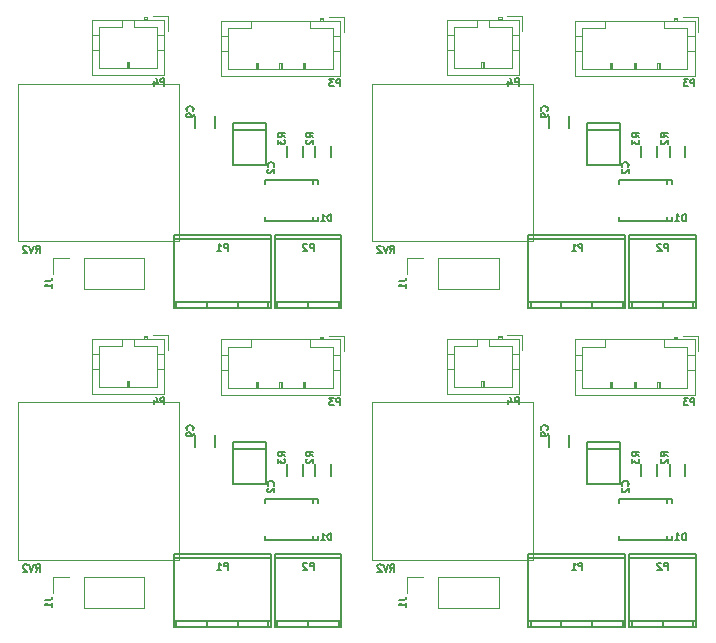
<source format=gbo>
%MOIN*%
%OFA0B0*%
%FSLAX46Y46*%
%IPPOS*%
%LPD*%
%ADD10C,0.0039370078740157488*%
%ADD11C,0.0047244094488188976*%
%ADD12C,0.005905511811023622*%
%ADD23C,0.0039370078740157488*%
%ADD24C,0.0047244094488188976*%
%ADD25C,0.005905511811023622*%
%ADD36C,0.0039370078740157488*%
%ADD37C,0.0047244094488188976*%
%ADD38C,0.005905511811023622*%
%ADD49C,0.0039370078740157488*%
%ADD50C,0.0047244094488188976*%
%ADD51C,0.005905511811023622*%
%LPD*%
G01*
D10*
D11*
X0000541732Y0000753937D02*
X0000005511Y0000753937D01*
X0000541732Y0000229921D02*
X0000005511Y0000229921D01*
X0000541732Y0000753937D02*
X0000541732Y0000229921D01*
X0000005511Y0000753937D02*
X0000005511Y0000229921D01*
D12*
X0000526001Y0000249952D02*
X0000848801Y0000249952D01*
X0000526001Y0000234252D02*
X0000848801Y0000234252D01*
X0000526001Y0000025552D02*
X0000848801Y0000025552D01*
X0000848801Y0000005952D02*
X0000526001Y0000005952D01*
X0000636201Y0000025552D02*
X0000636201Y0000005952D01*
X0000840901Y0000005952D02*
X0000840901Y0000025552D01*
X0000533801Y0000025552D02*
X0000533801Y0000005952D01*
X0000738501Y0000005952D02*
X0000738501Y0000025552D01*
X0000526001Y0000005952D02*
X0000526001Y0000249952D01*
X0000848701Y0000249952D02*
X0000848701Y0000005952D01*
D11*
X0000494093Y0000966535D02*
X0000494093Y0000781496D01*
X0000494093Y0000781496D02*
X0000253936Y0000781496D01*
X0000253936Y0000781496D02*
X0000253936Y0000966535D01*
X0000253936Y0000966535D02*
X0000494093Y0000966535D01*
X0000393700Y0000966535D02*
X0000393700Y0000942913D01*
X0000393700Y0000942913D02*
X0000470472Y0000942913D01*
X0000470472Y0000942913D02*
X0000470472Y0000805118D01*
X0000470472Y0000805118D02*
X0000277559Y0000805118D01*
X0000277559Y0000805118D02*
X0000277559Y0000942913D01*
X0000277559Y0000942913D02*
X0000354330Y0000942913D01*
X0000354330Y0000942913D02*
X0000354330Y0000966535D01*
X0000494093Y0000915354D02*
X0000470472Y0000915354D01*
X0000494093Y0000864173D02*
X0000470472Y0000864173D01*
X0000253936Y0000915354D02*
X0000277559Y0000915354D01*
X0000253936Y0000864173D02*
X0000277559Y0000864173D01*
X0000425196Y0000966535D02*
X0000425196Y0000974409D01*
X0000425196Y0000974409D02*
X0000437007Y0000974409D01*
X0000437007Y0000974409D02*
X0000437007Y0000966535D01*
X0000425196Y0000970472D02*
X0000437007Y0000970472D01*
X0000377952Y0000805118D02*
X0000377952Y0000824803D01*
X0000377952Y0000824803D02*
X0000370077Y0000824803D01*
X0000370077Y0000824803D02*
X0000370077Y0000805118D01*
X0000374015Y0000805118D02*
X0000374015Y0000824803D01*
X0000456692Y0000978346D02*
X0000505905Y0000978346D01*
X0000505905Y0000978346D02*
X0000505905Y0000929133D01*
X0001080419Y0000963872D02*
X0001080419Y0000778832D01*
X0001080419Y0000778832D02*
X0000682781Y0000778832D01*
X0000682781Y0000778832D02*
X0000682781Y0000963872D01*
X0000682781Y0000963872D02*
X0001080419Y0000963872D01*
X0000980026Y0000963872D02*
X0000980026Y0000940250D01*
X0000980026Y0000940250D02*
X0001056797Y0000940250D01*
X0001056797Y0000940250D02*
X0001056797Y0000802455D01*
X0001056797Y0000802455D02*
X0000706404Y0000802455D01*
X0000706404Y0000802455D02*
X0000706404Y0000940250D01*
X0000706404Y0000940250D02*
X0000783175Y0000940250D01*
X0000783175Y0000940250D02*
X0000783175Y0000963872D01*
X0001080419Y0000912691D02*
X0001056797Y0000912691D01*
X0001080419Y0000861510D02*
X0001056797Y0000861510D01*
X0000682781Y0000912691D02*
X0000706404Y0000912691D01*
X0000682781Y0000861510D02*
X0000706404Y0000861510D01*
X0001011522Y0000963872D02*
X0001011522Y0000971746D01*
X0001011522Y0000971746D02*
X0001023333Y0000971746D01*
X0001023333Y0000971746D02*
X0001023333Y0000963872D01*
X0001011522Y0000967809D02*
X0001023333Y0000967809D01*
X0000964278Y0000802455D02*
X0000964278Y0000822140D01*
X0000964278Y0000822140D02*
X0000956404Y0000822140D01*
X0000956404Y0000822140D02*
X0000956404Y0000802455D01*
X0000960341Y0000802455D02*
X0000960341Y0000822140D01*
X0000885537Y0000802455D02*
X0000885537Y0000822140D01*
X0000885537Y0000822140D02*
X0000877663Y0000822140D01*
X0000877663Y0000822140D02*
X0000877663Y0000802455D01*
X0000881600Y0000802455D02*
X0000881600Y0000822140D01*
X0000806797Y0000802455D02*
X0000806797Y0000822140D01*
X0000806797Y0000822140D02*
X0000798923Y0000822140D01*
X0000798923Y0000822140D02*
X0000798923Y0000802455D01*
X0000802860Y0000802455D02*
X0000802860Y0000822140D01*
X0001043018Y0000975683D02*
X0001092230Y0000975683D01*
X0001092230Y0000975683D02*
X0001092230Y0000926470D01*
D12*
X0000863422Y0000025552D02*
X0001083822Y0000025552D01*
X0001076022Y0000005952D02*
X0001076022Y0000025552D01*
X0000871222Y0000025552D02*
X0000871222Y0000005952D01*
X0000973622Y0000005952D02*
X0000973622Y0000025552D01*
X0001083822Y0000234252D02*
X0000863422Y0000234252D01*
X0001083822Y0000005952D02*
X0000863422Y0000005952D01*
X0000863422Y0000005952D02*
X0000863422Y0000249952D01*
X0000863422Y0000249952D02*
X0001083822Y0000249952D01*
X0001083822Y0000249952D02*
X0001083822Y0000005952D01*
X0000997047Y0000547244D02*
X0000997047Y0000507874D01*
X0001050196Y0000507874D02*
X0001050196Y0000547244D01*
X0000955708Y0000507874D02*
X0000955708Y0000547244D01*
X0000902559Y0000547244D02*
X0000902559Y0000507874D01*
X0000988155Y0000295273D02*
X0000988155Y0000309073D01*
X0000988155Y0000433073D02*
X0000988155Y0000419273D01*
X0000828722Y0000295273D02*
X0000828722Y0000309073D01*
X0001005922Y0000295273D02*
X0001005922Y0000309073D01*
X0001005922Y0000433073D02*
X0001005922Y0000419273D01*
X0000828722Y0000433073D02*
X0000828722Y0000419273D01*
X0001005922Y0000295273D02*
X0000828722Y0000295273D01*
X0001005922Y0000433073D02*
X0000828722Y0000433073D01*
X0000596456Y0000606299D02*
X0000596456Y0000645669D01*
X0000663384Y0000645669D02*
X0000663384Y0000606299D01*
D11*
X0000427952Y0000172440D02*
X0000427952Y0000067716D01*
X0000225590Y0000172440D02*
X0000427952Y0000172440D01*
X0000225590Y0000067716D02*
X0000427952Y0000067716D01*
X0000225590Y0000172440D02*
X0000225590Y0000067716D01*
X0000175590Y0000172440D02*
X0000123228Y0000172440D01*
X0000123228Y0000172440D02*
X0000123228Y0000120078D01*
D12*
X0000832977Y0000598710D02*
X0000722977Y0000598710D01*
X0000832977Y0000621210D02*
X0000832977Y0000481210D01*
X0000832977Y0000481210D02*
X0000722977Y0000481210D01*
X0000722977Y0000481210D02*
X0000722977Y0000621210D01*
X0000722977Y0000621210D02*
X0000832977Y0000621210D01*
X0000065240Y0000190101D02*
X0000073115Y0000201349D01*
X0000078740Y0000190101D02*
X0000078740Y0000213723D01*
X0000069741Y0000213723D01*
X0000067491Y0000212598D01*
X0000066366Y0000211473D01*
X0000065240Y0000209223D01*
X0000065240Y0000205848D01*
X0000066366Y0000203599D01*
X0000067491Y0000202474D01*
X0000069741Y0000201349D01*
X0000078740Y0000201349D01*
X0000058492Y0000213723D02*
X0000050618Y0000190101D01*
X0000042744Y0000213723D01*
X0000035995Y0000211473D02*
X0000034870Y0000212598D01*
X0000032620Y0000213723D01*
X0000026996Y0000213723D01*
X0000024746Y0000212598D01*
X0000023622Y0000211473D01*
X0000022497Y0000209223D01*
X0000022497Y0000206974D01*
X0000023622Y0000203599D01*
X0000037120Y0000190101D01*
X0000022497Y0000190101D01*
X0000706411Y0000196006D02*
X0000706411Y0000219628D01*
X0000697412Y0000219628D01*
X0000695163Y0000218503D01*
X0000694038Y0000217379D01*
X0000692913Y0000215128D01*
X0000692913Y0000211754D01*
X0000694038Y0000209505D01*
X0000695163Y0000208380D01*
X0000697412Y0000207255D01*
X0000706411Y0000207255D01*
X0000670416Y0000196006D02*
X0000683914Y0000196006D01*
X0000677165Y0000196006D02*
X0000677165Y0000219628D01*
X0000679414Y0000216254D01*
X0000681663Y0000214004D01*
X0000683914Y0000212879D01*
X0000493813Y0000747187D02*
X0000493813Y0000770809D01*
X0000484814Y0000770809D01*
X0000482563Y0000769684D01*
X0000481439Y0000768560D01*
X0000480314Y0000766310D01*
X0000480314Y0000762935D01*
X0000481439Y0000760686D01*
X0000482563Y0000759561D01*
X0000484814Y0000758436D01*
X0000493813Y0000758436D01*
X0000460066Y0000762935D02*
X0000460066Y0000747187D01*
X0000465691Y0000771934D02*
X0000471316Y0000755061D01*
X0000456692Y0000755061D01*
X0001080138Y0000744523D02*
X0001080138Y0000768146D01*
X0001071139Y0000768146D01*
X0001068890Y0000767021D01*
X0001067765Y0000765897D01*
X0001066640Y0000763646D01*
X0001066640Y0000760272D01*
X0001067765Y0000758023D01*
X0001068890Y0000756898D01*
X0001071139Y0000755773D01*
X0001080138Y0000755773D01*
X0001058766Y0000768146D02*
X0001044143Y0000768146D01*
X0001052017Y0000759147D01*
X0001048642Y0000759147D01*
X0001046392Y0000758023D01*
X0001045267Y0000756898D01*
X0001044143Y0000754648D01*
X0001044143Y0000749024D01*
X0001045267Y0000746774D01*
X0001046392Y0000745649D01*
X0001048642Y0000744523D01*
X0001055391Y0000744523D01*
X0001057641Y0000745649D01*
X0001058766Y0000746774D01*
X0000991844Y0000196006D02*
X0000991844Y0000219628D01*
X0000982845Y0000219628D01*
X0000980596Y0000218503D01*
X0000979471Y0000217379D01*
X0000978346Y0000215128D01*
X0000978346Y0000211754D01*
X0000979471Y0000209505D01*
X0000980596Y0000208380D01*
X0000982845Y0000207255D01*
X0000991844Y0000207255D01*
X0000969347Y0000217379D02*
X0000968222Y0000218503D01*
X0000965972Y0000219628D01*
X0000960348Y0000219628D01*
X0000958097Y0000218503D01*
X0000956974Y0000217379D01*
X0000955848Y0000215128D01*
X0000955848Y0000212879D01*
X0000956974Y0000209505D01*
X0000970472Y0000196006D01*
X0000955848Y0000196006D01*
X0000991001Y0000574803D02*
X0000979752Y0000582677D01*
X0000991001Y0000588301D02*
X0000967379Y0000588301D01*
X0000967379Y0000579302D01*
X0000968503Y0000577052D01*
X0000969628Y0000575927D01*
X0000971878Y0000574803D01*
X0000975253Y0000574803D01*
X0000977502Y0000575927D01*
X0000978627Y0000577052D01*
X0000979752Y0000579302D01*
X0000979752Y0000588301D01*
X0000969628Y0000565804D02*
X0000968503Y0000564679D01*
X0000967379Y0000562429D01*
X0000967379Y0000556805D01*
X0000968503Y0000554555D01*
X0000969628Y0000553430D01*
X0000971878Y0000552305D01*
X0000974127Y0000552305D01*
X0000977502Y0000553430D01*
X0000991001Y0000566929D01*
X0000991001Y0000552305D01*
X0000896512Y0000574803D02*
X0000885264Y0000582677D01*
X0000896512Y0000588301D02*
X0000872890Y0000588301D01*
X0000872890Y0000579302D01*
X0000874015Y0000577052D01*
X0000875140Y0000575927D01*
X0000877390Y0000574803D01*
X0000880764Y0000574803D01*
X0000883014Y0000575927D01*
X0000884139Y0000577052D01*
X0000885264Y0000579302D01*
X0000885264Y0000588301D01*
X0000872890Y0000566929D02*
X0000872890Y0000552305D01*
X0000881889Y0000560179D01*
X0000881889Y0000556805D01*
X0000883014Y0000554555D01*
X0000884139Y0000553430D01*
X0000886389Y0000552305D01*
X0000892013Y0000552305D01*
X0000894263Y0000553430D01*
X0000895388Y0000554555D01*
X0000896512Y0000556805D01*
X0000896512Y0000563554D01*
X0000895388Y0000565804D01*
X0000894263Y0000566929D01*
X0001050899Y0000294431D02*
X0001050899Y0000318052D01*
X0001045275Y0000318052D01*
X0001041900Y0000316929D01*
X0001039651Y0000314679D01*
X0001038526Y0000312429D01*
X0001037401Y0000307930D01*
X0001037401Y0000304555D01*
X0001038526Y0000300056D01*
X0001039651Y0000297806D01*
X0001041900Y0000295556D01*
X0001045275Y0000294431D01*
X0001050899Y0000294431D01*
X0001014904Y0000294431D02*
X0001028402Y0000294431D01*
X0001021652Y0000294431D02*
X0001021652Y0000318052D01*
X0001023903Y0000314679D01*
X0001026152Y0000312429D01*
X0001028402Y0000311304D01*
X0000589145Y0000663384D02*
X0000590269Y0000664510D01*
X0000591394Y0000667885D01*
X0000591394Y0000670134D01*
X0000590269Y0000673509D01*
X0000588020Y0000675759D01*
X0000585770Y0000676884D01*
X0000581271Y0000678008D01*
X0000577896Y0000678008D01*
X0000573397Y0000676884D01*
X0000571147Y0000675759D01*
X0000568897Y0000673509D01*
X0000567772Y0000670134D01*
X0000567772Y0000667885D01*
X0000568897Y0000664510D01*
X0000570022Y0000663384D01*
X0000591394Y0000652137D02*
X0000591394Y0000647637D01*
X0000590269Y0000645388D01*
X0000589145Y0000644263D01*
X0000585770Y0000642012D01*
X0000581271Y0000640888D01*
X0000572272Y0000640888D01*
X0000570022Y0000642012D01*
X0000568897Y0000643138D01*
X0000567772Y0000645388D01*
X0000567772Y0000649887D01*
X0000568897Y0000652137D01*
X0000570022Y0000653261D01*
X0000572272Y0000654386D01*
X0000577896Y0000654386D01*
X0000580146Y0000653261D01*
X0000581271Y0000652137D01*
X0000582395Y0000649887D01*
X0000582395Y0000645388D01*
X0000581271Y0000643138D01*
X0000580146Y0000642012D01*
X0000577896Y0000640888D01*
X0000095725Y0000096455D02*
X0000112598Y0000096455D01*
X0000115972Y0000097580D01*
X0000118222Y0000099830D01*
X0000119347Y0000103205D01*
X0000119347Y0000105455D01*
X0000119347Y0000072834D02*
X0000119347Y0000086332D01*
X0000119347Y0000079583D02*
X0000095725Y0000079583D01*
X0000099099Y0000081833D01*
X0000101349Y0000084083D01*
X0000102474Y0000086332D01*
X0000858293Y0000476825D02*
X0000859418Y0000477950D01*
X0000860543Y0000481324D01*
X0000860543Y0000483574D01*
X0000859418Y0000486949D01*
X0000857168Y0000489198D01*
X0000854918Y0000490323D01*
X0000850419Y0000491448D01*
X0000847044Y0000491448D01*
X0000842545Y0000490323D01*
X0000840295Y0000489198D01*
X0000838046Y0000486949D01*
X0000836921Y0000483574D01*
X0000836921Y0000481324D01*
X0000838046Y0000477950D01*
X0000839170Y0000476825D01*
X0000839170Y0000467826D02*
X0000838046Y0000466700D01*
X0000836921Y0000464452D01*
X0000836921Y0000458827D01*
X0000838046Y0000456577D01*
X0000839170Y0000455453D01*
X0000841420Y0000454328D01*
X0000843670Y0000454328D01*
X0000847044Y0000455453D01*
X0000860543Y0000468951D01*
X0000860543Y0000454328D01*
G01*
D23*
D24*
X0000541732Y0001816928D02*
X0000005511Y0001816928D01*
X0000541732Y0001292913D02*
X0000005511Y0001292913D01*
X0000541732Y0001816928D02*
X0000541732Y0001292913D01*
X0000005511Y0001816928D02*
X0000005511Y0001292913D01*
D25*
X0000526001Y0001312944D02*
X0000848801Y0001312944D01*
X0000526001Y0001297244D02*
X0000848801Y0001297244D01*
X0000526001Y0001088544D02*
X0000848801Y0001088544D01*
X0000848801Y0001068944D02*
X0000526001Y0001068944D01*
X0000636201Y0001088544D02*
X0000636201Y0001068944D01*
X0000840901Y0001068944D02*
X0000840901Y0001088544D01*
X0000533801Y0001088544D02*
X0000533801Y0001068944D01*
X0000738501Y0001068944D02*
X0000738501Y0001088544D01*
X0000526001Y0001068944D02*
X0000526001Y0001312944D01*
X0000848701Y0001312944D02*
X0000848701Y0001068944D01*
D24*
X0000494093Y0002029526D02*
X0000494093Y0001844488D01*
X0000494093Y0001844488D02*
X0000253936Y0001844488D01*
X0000253936Y0001844488D02*
X0000253936Y0002029526D01*
X0000253936Y0002029526D02*
X0000494093Y0002029526D01*
X0000393700Y0002029526D02*
X0000393700Y0002005904D01*
X0000393700Y0002005904D02*
X0000470472Y0002005904D01*
X0000470472Y0002005904D02*
X0000470472Y0001868110D01*
X0000470472Y0001868110D02*
X0000277559Y0001868110D01*
X0000277559Y0001868110D02*
X0000277559Y0002005904D01*
X0000277559Y0002005904D02*
X0000354330Y0002005904D01*
X0000354330Y0002005904D02*
X0000354330Y0002029526D01*
X0000494093Y0001978345D02*
X0000470472Y0001978345D01*
X0000494093Y0001927165D02*
X0000470472Y0001927165D01*
X0000253936Y0001978345D02*
X0000277559Y0001978345D01*
X0000253936Y0001927165D02*
X0000277559Y0001927165D01*
X0000425196Y0002029526D02*
X0000425196Y0002037401D01*
X0000425196Y0002037401D02*
X0000437007Y0002037401D01*
X0000437007Y0002037401D02*
X0000437007Y0002029526D01*
X0000425196Y0002033464D02*
X0000437007Y0002033464D01*
X0000377952Y0001868110D02*
X0000377952Y0001887795D01*
X0000377952Y0001887795D02*
X0000370077Y0001887795D01*
X0000370077Y0001887795D02*
X0000370077Y0001868110D01*
X0000374015Y0001868110D02*
X0000374015Y0001887795D01*
X0000456692Y0002041338D02*
X0000505905Y0002041338D01*
X0000505905Y0002041338D02*
X0000505905Y0001992125D01*
X0001080419Y0002026864D02*
X0001080419Y0001841824D01*
X0001080419Y0001841824D02*
X0000682781Y0001841824D01*
X0000682781Y0001841824D02*
X0000682781Y0002026864D01*
X0000682781Y0002026864D02*
X0001080419Y0002026864D01*
X0000980026Y0002026864D02*
X0000980026Y0002003242D01*
X0000980026Y0002003242D02*
X0001056797Y0002003242D01*
X0001056797Y0002003242D02*
X0001056797Y0001865447D01*
X0001056797Y0001865447D02*
X0000706404Y0001865447D01*
X0000706404Y0001865447D02*
X0000706404Y0002003242D01*
X0000706404Y0002003242D02*
X0000783175Y0002003242D01*
X0000783175Y0002003242D02*
X0000783175Y0002026864D01*
X0001080419Y0001975683D02*
X0001056797Y0001975683D01*
X0001080419Y0001924502D02*
X0001056797Y0001924502D01*
X0000682781Y0001975683D02*
X0000706404Y0001975683D01*
X0000682781Y0001924502D02*
X0000706404Y0001924502D01*
X0001011522Y0002026864D02*
X0001011522Y0002034738D01*
X0001011522Y0002034738D02*
X0001023333Y0002034738D01*
X0001023333Y0002034738D02*
X0001023333Y0002026864D01*
X0001011522Y0002030800D02*
X0001023333Y0002030800D01*
X0000964278Y0001865447D02*
X0000964278Y0001885132D01*
X0000964278Y0001885132D02*
X0000956404Y0001885132D01*
X0000956404Y0001885132D02*
X0000956404Y0001865447D01*
X0000960341Y0001865447D02*
X0000960341Y0001885132D01*
X0000885537Y0001865447D02*
X0000885537Y0001885132D01*
X0000885537Y0001885132D02*
X0000877663Y0001885132D01*
X0000877663Y0001885132D02*
X0000877663Y0001865447D01*
X0000881600Y0001865447D02*
X0000881600Y0001885132D01*
X0000806797Y0001865447D02*
X0000806797Y0001885132D01*
X0000806797Y0001885132D02*
X0000798923Y0001885132D01*
X0000798923Y0001885132D02*
X0000798923Y0001865447D01*
X0000802860Y0001865447D02*
X0000802860Y0001885132D01*
X0001043018Y0002038675D02*
X0001092230Y0002038675D01*
X0001092230Y0002038675D02*
X0001092230Y0001989462D01*
D25*
X0000863422Y0001088544D02*
X0001083822Y0001088544D01*
X0001076022Y0001068944D02*
X0001076022Y0001088544D01*
X0000871222Y0001088544D02*
X0000871222Y0001068944D01*
X0000973622Y0001068944D02*
X0000973622Y0001088544D01*
X0001083822Y0001297244D02*
X0000863422Y0001297244D01*
X0001083822Y0001068944D02*
X0000863422Y0001068944D01*
X0000863422Y0001068944D02*
X0000863422Y0001312944D01*
X0000863422Y0001312944D02*
X0001083822Y0001312944D01*
X0001083822Y0001312944D02*
X0001083822Y0001068944D01*
X0000997047Y0001610236D02*
X0000997047Y0001570866D01*
X0001050196Y0001570866D02*
X0001050196Y0001610236D01*
X0000955708Y0001570866D02*
X0000955708Y0001610236D01*
X0000902559Y0001610236D02*
X0000902559Y0001570866D01*
X0000988155Y0001358264D02*
X0000988155Y0001372065D01*
X0000988155Y0001496065D02*
X0000988155Y0001482265D01*
X0000828722Y0001358264D02*
X0000828722Y0001372065D01*
X0001005922Y0001358264D02*
X0001005922Y0001372065D01*
X0001005922Y0001496065D02*
X0001005922Y0001482265D01*
X0000828722Y0001496065D02*
X0000828722Y0001482265D01*
X0001005922Y0001358264D02*
X0000828722Y0001358264D01*
X0001005922Y0001496065D02*
X0000828722Y0001496065D01*
X0000596456Y0001669291D02*
X0000596456Y0001708661D01*
X0000663384Y0001708661D02*
X0000663384Y0001669291D01*
D24*
X0000427952Y0001235433D02*
X0000427952Y0001130708D01*
X0000225590Y0001235433D02*
X0000427952Y0001235433D01*
X0000225590Y0001130708D02*
X0000427952Y0001130708D01*
X0000225590Y0001235433D02*
X0000225590Y0001130708D01*
X0000175590Y0001235433D02*
X0000123228Y0001235433D01*
X0000123228Y0001235433D02*
X0000123228Y0001183070D01*
D25*
X0000832977Y0001661702D02*
X0000722977Y0001661702D01*
X0000832977Y0001684202D02*
X0000832977Y0001544202D01*
X0000832977Y0001544202D02*
X0000722977Y0001544202D01*
X0000722977Y0001544202D02*
X0000722977Y0001684202D01*
X0000722977Y0001684202D02*
X0000832977Y0001684202D01*
X0000065240Y0001253093D02*
X0000073115Y0001264341D01*
X0000078740Y0001253093D02*
X0000078740Y0001276715D01*
X0000069741Y0001276715D01*
X0000067491Y0001275590D01*
X0000066366Y0001274465D01*
X0000065240Y0001272215D01*
X0000065240Y0001268841D01*
X0000066366Y0001266591D01*
X0000067491Y0001265466D01*
X0000069741Y0001264341D01*
X0000078740Y0001264341D01*
X0000058492Y0001276715D02*
X0000050618Y0001253093D01*
X0000042744Y0001276715D01*
X0000035995Y0001274465D02*
X0000034870Y0001275590D01*
X0000032620Y0001276715D01*
X0000026996Y0001276715D01*
X0000024746Y0001275590D01*
X0000023622Y0001274465D01*
X0000022497Y0001272215D01*
X0000022497Y0001269965D01*
X0000023622Y0001266591D01*
X0000037120Y0001253093D01*
X0000022497Y0001253093D01*
X0000706411Y0001258998D02*
X0000706411Y0001282620D01*
X0000697412Y0001282620D01*
X0000695163Y0001281496D01*
X0000694038Y0001280371D01*
X0000692913Y0001278121D01*
X0000692913Y0001274746D01*
X0000694038Y0001272497D01*
X0000695163Y0001271372D01*
X0000697412Y0001270247D01*
X0000706411Y0001270247D01*
X0000670416Y0001258998D02*
X0000683914Y0001258998D01*
X0000677165Y0001258998D02*
X0000677165Y0001282620D01*
X0000679414Y0001279246D01*
X0000681663Y0001276996D01*
X0000683914Y0001275871D01*
X0000493813Y0001810179D02*
X0000493813Y0001833802D01*
X0000484814Y0001833802D01*
X0000482563Y0001832677D01*
X0000481439Y0001831552D01*
X0000480314Y0001829302D01*
X0000480314Y0001825927D01*
X0000481439Y0001823678D01*
X0000482563Y0001822553D01*
X0000484814Y0001821428D01*
X0000493813Y0001821428D01*
X0000460066Y0001825927D02*
X0000460066Y0001810179D01*
X0000465691Y0001834926D02*
X0000471316Y0001818052D01*
X0000456692Y0001818052D01*
X0001080138Y0001807516D02*
X0001080138Y0001831138D01*
X0001071139Y0001831138D01*
X0001068890Y0001830014D01*
X0001067765Y0001828889D01*
X0001066640Y0001826639D01*
X0001066640Y0001823264D01*
X0001067765Y0001821015D01*
X0001068890Y0001819890D01*
X0001071139Y0001818765D01*
X0001080138Y0001818765D01*
X0001058766Y0001831138D02*
X0001044143Y0001831138D01*
X0001052017Y0001822140D01*
X0001048642Y0001822140D01*
X0001046392Y0001821015D01*
X0001045267Y0001819890D01*
X0001044143Y0001817640D01*
X0001044143Y0001812016D01*
X0001045267Y0001809766D01*
X0001046392Y0001808641D01*
X0001048642Y0001807516D01*
X0001055391Y0001807516D01*
X0001057641Y0001808641D01*
X0001058766Y0001809766D01*
X0000991844Y0001258998D02*
X0000991844Y0001282620D01*
X0000982845Y0001282620D01*
X0000980596Y0001281496D01*
X0000979471Y0001280371D01*
X0000978346Y0001278121D01*
X0000978346Y0001274746D01*
X0000979471Y0001272497D01*
X0000980596Y0001271372D01*
X0000982845Y0001270247D01*
X0000991844Y0001270247D01*
X0000969347Y0001280371D02*
X0000968222Y0001281496D01*
X0000965972Y0001282620D01*
X0000960348Y0001282620D01*
X0000958097Y0001281496D01*
X0000956974Y0001280371D01*
X0000955848Y0001278121D01*
X0000955848Y0001275871D01*
X0000956974Y0001272497D01*
X0000970472Y0001258998D01*
X0000955848Y0001258998D01*
X0000991001Y0001637795D02*
X0000979752Y0001645668D01*
X0000991001Y0001651293D02*
X0000967379Y0001651293D01*
X0000967379Y0001642293D01*
X0000968503Y0001640045D01*
X0000969628Y0001638920D01*
X0000971878Y0001637795D01*
X0000975253Y0001637795D01*
X0000977502Y0001638920D01*
X0000978627Y0001640045D01*
X0000979752Y0001642293D01*
X0000979752Y0001651293D01*
X0000969628Y0001628796D02*
X0000968503Y0001627671D01*
X0000967379Y0001625421D01*
X0000967379Y0001619797D01*
X0000968503Y0001617547D01*
X0000969628Y0001616422D01*
X0000971878Y0001615298D01*
X0000974127Y0001615298D01*
X0000977502Y0001616422D01*
X0000991001Y0001629921D01*
X0000991001Y0001615298D01*
X0000896512Y0001637795D02*
X0000885264Y0001645668D01*
X0000896512Y0001651293D02*
X0000872890Y0001651293D01*
X0000872890Y0001642293D01*
X0000874015Y0001640045D01*
X0000875140Y0001638920D01*
X0000877390Y0001637795D01*
X0000880764Y0001637795D01*
X0000883014Y0001638920D01*
X0000884139Y0001640045D01*
X0000885264Y0001642293D01*
X0000885264Y0001651293D01*
X0000872890Y0001629921D02*
X0000872890Y0001615298D01*
X0000881889Y0001623172D01*
X0000881889Y0001619797D01*
X0000883014Y0001617547D01*
X0000884139Y0001616422D01*
X0000886389Y0001615298D01*
X0000892013Y0001615298D01*
X0000894263Y0001616422D01*
X0000895388Y0001617547D01*
X0000896512Y0001619797D01*
X0000896512Y0001626545D01*
X0000895388Y0001628796D01*
X0000894263Y0001629921D01*
X0001050899Y0001357424D02*
X0001050899Y0001381045D01*
X0001045275Y0001381045D01*
X0001041900Y0001379921D01*
X0001039651Y0001377671D01*
X0001038526Y0001375421D01*
X0001037401Y0001370922D01*
X0001037401Y0001367547D01*
X0001038526Y0001363048D01*
X0001039651Y0001360798D01*
X0001041900Y0001358548D01*
X0001045275Y0001357424D01*
X0001050899Y0001357424D01*
X0001014904Y0001357424D02*
X0001028402Y0001357424D01*
X0001021652Y0001357424D02*
X0001021652Y0001381045D01*
X0001023903Y0001377671D01*
X0001026152Y0001375421D01*
X0001028402Y0001374296D01*
X0000589145Y0001726376D02*
X0000590269Y0001727502D01*
X0000591394Y0001730877D01*
X0000591394Y0001733127D01*
X0000590269Y0001736501D01*
X0000588020Y0001738751D01*
X0000585770Y0001739876D01*
X0000581271Y0001741001D01*
X0000577896Y0001741001D01*
X0000573397Y0001739876D01*
X0000571147Y0001738751D01*
X0000568897Y0001736501D01*
X0000567772Y0001733127D01*
X0000567772Y0001730877D01*
X0000568897Y0001727502D01*
X0000570022Y0001726376D01*
X0000591394Y0001715129D02*
X0000591394Y0001710629D01*
X0000590269Y0001708380D01*
X0000589145Y0001707255D01*
X0000585770Y0001705005D01*
X0000581271Y0001703880D01*
X0000572272Y0001703880D01*
X0000570022Y0001705005D01*
X0000568897Y0001706130D01*
X0000567772Y0001708380D01*
X0000567772Y0001712879D01*
X0000568897Y0001715129D01*
X0000570022Y0001716254D01*
X0000572272Y0001717379D01*
X0000577896Y0001717379D01*
X0000580146Y0001716254D01*
X0000581271Y0001715129D01*
X0000582395Y0001712879D01*
X0000582395Y0001708380D01*
X0000581271Y0001706130D01*
X0000580146Y0001705005D01*
X0000577896Y0001703880D01*
X0000095725Y0001159448D02*
X0000112598Y0001159448D01*
X0000115972Y0001160573D01*
X0000118222Y0001162823D01*
X0000119347Y0001166197D01*
X0000119347Y0001168447D01*
X0000119347Y0001135826D02*
X0000119347Y0001149325D01*
X0000119347Y0001142575D02*
X0000095725Y0001142575D01*
X0000099099Y0001144825D01*
X0000101349Y0001147075D01*
X0000102474Y0001149325D01*
X0000858293Y0001539816D02*
X0000859418Y0001540942D01*
X0000860543Y0001544317D01*
X0000860543Y0001546566D01*
X0000859418Y0001549941D01*
X0000857168Y0001552191D01*
X0000854918Y0001553315D01*
X0000850419Y0001554440D01*
X0000847044Y0001554440D01*
X0000842545Y0001553315D01*
X0000840295Y0001552191D01*
X0000838046Y0001549941D01*
X0000836921Y0001546566D01*
X0000836921Y0001544317D01*
X0000838046Y0001540942D01*
X0000839170Y0001539816D01*
X0000839170Y0001530818D02*
X0000838046Y0001529693D01*
X0000836921Y0001527444D01*
X0000836921Y0001521819D01*
X0000838046Y0001519570D01*
X0000839170Y0001518445D01*
X0000841420Y0001517320D01*
X0000843670Y0001517320D01*
X0000847044Y0001518445D01*
X0000860543Y0001531942D01*
X0000860543Y0001517320D01*
G04 next file*
%LPD*%
G01*
D36*
D37*
X0001722834Y0000753937D02*
X0001186614Y0000753937D01*
X0001722834Y0000229921D02*
X0001186614Y0000229921D01*
X0001722834Y0000753937D02*
X0001722834Y0000229921D01*
X0001186614Y0000753937D02*
X0001186614Y0000229921D01*
D38*
X0001707103Y0000249952D02*
X0002029903Y0000249952D01*
X0001707103Y0000234252D02*
X0002029903Y0000234252D01*
X0001707103Y0000025552D02*
X0002029903Y0000025552D01*
X0002029903Y0000005952D02*
X0001707103Y0000005952D01*
X0001817303Y0000025552D02*
X0001817303Y0000005952D01*
X0002022003Y0000005952D02*
X0002022003Y0000025552D01*
X0001714903Y0000025552D02*
X0001714903Y0000005952D01*
X0001919603Y0000005952D02*
X0001919603Y0000025552D01*
X0001707103Y0000005952D02*
X0001707103Y0000249952D01*
X0002029802Y0000249952D02*
X0002029802Y0000005952D01*
D37*
X0001675196Y0000966535D02*
X0001675196Y0000781496D01*
X0001675196Y0000781496D02*
X0001435039Y0000781496D01*
X0001435039Y0000781496D02*
X0001435039Y0000966535D01*
X0001435039Y0000966535D02*
X0001675196Y0000966535D01*
X0001574803Y0000966535D02*
X0001574803Y0000942913D01*
X0001574803Y0000942913D02*
X0001651574Y0000942913D01*
X0001651574Y0000942913D02*
X0001651574Y0000805118D01*
X0001651574Y0000805118D02*
X0001458660Y0000805118D01*
X0001458660Y0000805118D02*
X0001458660Y0000942913D01*
X0001458660Y0000942913D02*
X0001535433Y0000942913D01*
X0001535433Y0000942913D02*
X0001535433Y0000966535D01*
X0001675196Y0000915354D02*
X0001651574Y0000915354D01*
X0001675196Y0000864173D02*
X0001651574Y0000864173D01*
X0001435039Y0000915354D02*
X0001458660Y0000915354D01*
X0001435039Y0000864173D02*
X0001458660Y0000864173D01*
X0001606299Y0000966535D02*
X0001606299Y0000974409D01*
X0001606299Y0000974409D02*
X0001618110Y0000974409D01*
X0001618110Y0000974409D02*
X0001618110Y0000966535D01*
X0001606299Y0000970472D02*
X0001618110Y0000970472D01*
X0001559055Y0000805118D02*
X0001559055Y0000824803D01*
X0001559055Y0000824803D02*
X0001551181Y0000824803D01*
X0001551181Y0000824803D02*
X0001551181Y0000805118D01*
X0001555118Y0000805118D02*
X0001555118Y0000824803D01*
X0001637795Y0000978346D02*
X0001687007Y0000978346D01*
X0001687007Y0000978346D02*
X0001687007Y0000929133D01*
X0002261522Y0000963872D02*
X0002261522Y0000778832D01*
X0002261522Y0000778832D02*
X0001863884Y0000778832D01*
X0001863884Y0000778832D02*
X0001863884Y0000963872D01*
X0001863884Y0000963872D02*
X0002261522Y0000963872D01*
X0002161128Y0000963872D02*
X0002161128Y0000940250D01*
X0002161128Y0000940250D02*
X0002237900Y0000940250D01*
X0002237900Y0000940250D02*
X0002237900Y0000802455D01*
X0002237900Y0000802455D02*
X0001887506Y0000802455D01*
X0001887506Y0000802455D02*
X0001887506Y0000940250D01*
X0001887506Y0000940250D02*
X0001964278Y0000940250D01*
X0001964278Y0000940250D02*
X0001964278Y0000963872D01*
X0002261522Y0000912691D02*
X0002237900Y0000912691D01*
X0002261522Y0000861510D02*
X0002237900Y0000861510D01*
X0001863884Y0000912691D02*
X0001887506Y0000912691D01*
X0001863884Y0000861510D02*
X0001887506Y0000861510D01*
X0002192624Y0000963872D02*
X0002192624Y0000971746D01*
X0002192624Y0000971746D02*
X0002204435Y0000971746D01*
X0002204435Y0000971746D02*
X0002204435Y0000963872D01*
X0002192624Y0000967809D02*
X0002204435Y0000967809D01*
X0002145380Y0000802455D02*
X0002145380Y0000822140D01*
X0002145380Y0000822140D02*
X0002137506Y0000822140D01*
X0002137506Y0000822140D02*
X0002137506Y0000802455D01*
X0002141443Y0000802455D02*
X0002141443Y0000822140D01*
X0002066640Y0000802455D02*
X0002066640Y0000822140D01*
X0002066640Y0000822140D02*
X0002058765Y0000822140D01*
X0002058765Y0000822140D02*
X0002058765Y0000802455D01*
X0002062703Y0000802455D02*
X0002062703Y0000822140D01*
X0001987899Y0000802455D02*
X0001987899Y0000822140D01*
X0001987899Y0000822140D02*
X0001980025Y0000822140D01*
X0001980025Y0000822140D02*
X0001980025Y0000802455D01*
X0001983963Y0000802455D02*
X0001983963Y0000822140D01*
X0002224120Y0000975683D02*
X0002273333Y0000975683D01*
X0002273333Y0000975683D02*
X0002273333Y0000926470D01*
D38*
X0002044524Y0000025552D02*
X0002264924Y0000025552D01*
X0002257124Y0000005952D02*
X0002257124Y0000025552D01*
X0002052324Y0000025552D02*
X0002052324Y0000005952D01*
X0002154724Y0000005952D02*
X0002154724Y0000025552D01*
X0002264924Y0000234252D02*
X0002044524Y0000234252D01*
X0002264924Y0000005952D02*
X0002044524Y0000005952D01*
X0002044524Y0000005952D02*
X0002044524Y0000249952D01*
X0002044524Y0000249952D02*
X0002264924Y0000249952D01*
X0002264924Y0000249952D02*
X0002264924Y0000005952D01*
X0002178149Y0000547244D02*
X0002178149Y0000507874D01*
X0002231299Y0000507874D02*
X0002231299Y0000547244D01*
X0002136811Y0000507874D02*
X0002136811Y0000547244D01*
X0002083661Y0000547244D02*
X0002083661Y0000507874D01*
X0002169257Y0000295273D02*
X0002169257Y0000309073D01*
X0002169257Y0000433073D02*
X0002169257Y0000419273D01*
X0002009825Y0000295273D02*
X0002009825Y0000309073D01*
X0002187025Y0000295273D02*
X0002187025Y0000309073D01*
X0002187025Y0000433073D02*
X0002187025Y0000419273D01*
X0002009825Y0000433073D02*
X0002009825Y0000419273D01*
X0002187025Y0000295273D02*
X0002009825Y0000295273D01*
X0002187025Y0000433073D02*
X0002009825Y0000433073D01*
X0001777559Y0000606299D02*
X0001777559Y0000645669D01*
X0001844488Y0000645669D02*
X0001844488Y0000606299D01*
D37*
X0001609055Y0000172440D02*
X0001609055Y0000067716D01*
X0001406692Y0000172440D02*
X0001609055Y0000172440D01*
X0001406692Y0000067716D02*
X0001609055Y0000067716D01*
X0001406692Y0000172440D02*
X0001406692Y0000067716D01*
X0001356692Y0000172440D02*
X0001304330Y0000172440D01*
X0001304330Y0000172440D02*
X0001304330Y0000120078D01*
D38*
X0002014079Y0000598710D02*
X0001904079Y0000598710D01*
X0002014079Y0000621210D02*
X0002014079Y0000481210D01*
X0002014079Y0000481210D02*
X0001904079Y0000481210D01*
X0001904079Y0000481210D02*
X0001904079Y0000621210D01*
X0001904079Y0000621210D02*
X0002014079Y0000621210D01*
X0001246344Y0000190101D02*
X0001254218Y0000201349D01*
X0001259842Y0000190101D02*
X0001259842Y0000213723D01*
X0001250843Y0000213723D01*
X0001248593Y0000212598D01*
X0001247469Y0000211473D01*
X0001246344Y0000209223D01*
X0001246344Y0000205848D01*
X0001247469Y0000203599D01*
X0001248593Y0000202474D01*
X0001250843Y0000201349D01*
X0001259842Y0000201349D01*
X0001239595Y0000213723D02*
X0001231721Y0000190101D01*
X0001223846Y0000213723D01*
X0001217097Y0000211473D02*
X0001215972Y0000212598D01*
X0001213723Y0000213723D01*
X0001208098Y0000213723D01*
X0001205849Y0000212598D01*
X0001204724Y0000211473D01*
X0001203599Y0000209223D01*
X0001203599Y0000206974D01*
X0001204724Y0000203599D01*
X0001218222Y0000190101D01*
X0001203599Y0000190101D01*
X0001887514Y0000196006D02*
X0001887514Y0000219628D01*
X0001878514Y0000219628D01*
X0001876265Y0000218503D01*
X0001875140Y0000217379D01*
X0001874015Y0000215128D01*
X0001874015Y0000211754D01*
X0001875140Y0000209505D01*
X0001876265Y0000208380D01*
X0001878514Y0000207255D01*
X0001887514Y0000207255D01*
X0001851518Y0000196006D02*
X0001865016Y0000196006D01*
X0001858267Y0000196006D02*
X0001858267Y0000219628D01*
X0001860517Y0000216254D01*
X0001862767Y0000214004D01*
X0001865016Y0000212879D01*
X0001674915Y0000747187D02*
X0001674915Y0000770809D01*
X0001665916Y0000770809D01*
X0001663667Y0000769684D01*
X0001662542Y0000768560D01*
X0001661416Y0000766310D01*
X0001661416Y0000762935D01*
X0001662542Y0000760686D01*
X0001663667Y0000759561D01*
X0001665916Y0000758436D01*
X0001674915Y0000758436D01*
X0001641169Y0000762935D02*
X0001641169Y0000747187D01*
X0001646794Y0000771934D02*
X0001652418Y0000755061D01*
X0001637795Y0000755061D01*
X0002261240Y0000744523D02*
X0002261240Y0000768146D01*
X0002252242Y0000768146D01*
X0002249992Y0000767021D01*
X0002248867Y0000765897D01*
X0002247742Y0000763646D01*
X0002247742Y0000760272D01*
X0002248867Y0000758023D01*
X0002249992Y0000756898D01*
X0002252242Y0000755773D01*
X0002261240Y0000755773D01*
X0002239868Y0000768146D02*
X0002225245Y0000768146D01*
X0002233119Y0000759147D01*
X0002229744Y0000759147D01*
X0002227495Y0000758023D01*
X0002226370Y0000756898D01*
X0002225245Y0000754648D01*
X0002225245Y0000749024D01*
X0002226370Y0000746774D01*
X0002227495Y0000745649D01*
X0002229744Y0000744523D01*
X0002236494Y0000744523D01*
X0002238743Y0000745649D01*
X0002239868Y0000746774D01*
X0002172947Y0000196006D02*
X0002172947Y0000219628D01*
X0002163948Y0000219628D01*
X0002161698Y0000218503D01*
X0002160573Y0000217379D01*
X0002159448Y0000215128D01*
X0002159448Y0000211754D01*
X0002160573Y0000209505D01*
X0002161698Y0000208380D01*
X0002163948Y0000207255D01*
X0002172947Y0000207255D01*
X0002150449Y0000217379D02*
X0002149325Y0000218503D01*
X0002147075Y0000219628D01*
X0002141451Y0000219628D01*
X0002139201Y0000218503D01*
X0002138076Y0000217379D01*
X0002136951Y0000215128D01*
X0002136951Y0000212879D01*
X0002138076Y0000209505D01*
X0002151574Y0000196006D01*
X0002136951Y0000196006D01*
X0002172103Y0000574803D02*
X0002160854Y0000582677D01*
X0002172103Y0000588301D02*
X0002148481Y0000588301D01*
X0002148481Y0000579302D01*
X0002149606Y0000577052D01*
X0002150731Y0000575927D01*
X0002152980Y0000574803D01*
X0002156355Y0000574803D01*
X0002158605Y0000575927D01*
X0002159730Y0000577052D01*
X0002160854Y0000579302D01*
X0002160854Y0000588301D01*
X0002150731Y0000565804D02*
X0002149606Y0000564679D01*
X0002148481Y0000562429D01*
X0002148481Y0000556805D01*
X0002149606Y0000554555D01*
X0002150731Y0000553430D01*
X0002152980Y0000552305D01*
X0002155230Y0000552305D01*
X0002158605Y0000553430D01*
X0002172103Y0000566929D01*
X0002172103Y0000552305D01*
X0002077615Y0000574803D02*
X0002066366Y0000582677D01*
X0002077615Y0000588301D02*
X0002053993Y0000588301D01*
X0002053993Y0000579302D01*
X0002055117Y0000577052D01*
X0002056242Y0000575927D01*
X0002058492Y0000574803D01*
X0002061867Y0000574803D01*
X0002064115Y0000575927D01*
X0002065240Y0000577052D01*
X0002066366Y0000579302D01*
X0002066366Y0000588301D01*
X0002053993Y0000566929D02*
X0002053993Y0000552305D01*
X0002062992Y0000560179D01*
X0002062992Y0000556805D01*
X0002064115Y0000554555D01*
X0002065240Y0000553430D01*
X0002067491Y0000552305D01*
X0002073115Y0000552305D01*
X0002075365Y0000553430D01*
X0002076490Y0000554555D01*
X0002077615Y0000556805D01*
X0002077615Y0000563554D01*
X0002076490Y0000565804D01*
X0002075365Y0000566929D01*
X0002232002Y0000294431D02*
X0002232002Y0000318052D01*
X0002226377Y0000318052D01*
X0002223003Y0000316929D01*
X0002220753Y0000314679D01*
X0002219628Y0000312429D01*
X0002218503Y0000307930D01*
X0002218503Y0000304555D01*
X0002219628Y0000300056D01*
X0002220753Y0000297806D01*
X0002223003Y0000295556D01*
X0002226377Y0000294431D01*
X0002232002Y0000294431D01*
X0002196006Y0000294431D02*
X0002209505Y0000294431D01*
X0002202755Y0000294431D02*
X0002202755Y0000318052D01*
X0002205005Y0000314679D01*
X0002207255Y0000312429D01*
X0002209505Y0000311304D01*
X0001770247Y0000663384D02*
X0001771372Y0000664510D01*
X0001772496Y0000667885D01*
X0001772496Y0000670134D01*
X0001771372Y0000673509D01*
X0001769122Y0000675759D01*
X0001766872Y0000676884D01*
X0001762373Y0000678008D01*
X0001758998Y0000678008D01*
X0001754499Y0000676884D01*
X0001752249Y0000675759D01*
X0001749999Y0000673509D01*
X0001748875Y0000670134D01*
X0001748875Y0000667885D01*
X0001749999Y0000664510D01*
X0001751124Y0000663384D01*
X0001772496Y0000652137D02*
X0001772496Y0000647637D01*
X0001771372Y0000645388D01*
X0001770247Y0000644263D01*
X0001766872Y0000642012D01*
X0001762373Y0000640888D01*
X0001753373Y0000640888D01*
X0001751124Y0000642012D01*
X0001749999Y0000643138D01*
X0001748875Y0000645388D01*
X0001748875Y0000649887D01*
X0001749999Y0000652137D01*
X0001751124Y0000653261D01*
X0001753373Y0000654386D01*
X0001758998Y0000654386D01*
X0001761248Y0000653261D01*
X0001762373Y0000652137D01*
X0001763498Y0000649887D01*
X0001763498Y0000645388D01*
X0001762373Y0000643138D01*
X0001761248Y0000642012D01*
X0001758998Y0000640888D01*
X0001276826Y0000096455D02*
X0001293700Y0000096455D01*
X0001297075Y0000097580D01*
X0001299324Y0000099830D01*
X0001300449Y0000103205D01*
X0001300449Y0000105455D01*
X0001300449Y0000072834D02*
X0001300449Y0000086332D01*
X0001300449Y0000079583D02*
X0001276826Y0000079583D01*
X0001280201Y0000081833D01*
X0001282452Y0000084083D01*
X0001283577Y0000086332D01*
X0002039394Y0000476825D02*
X0002040520Y0000477950D01*
X0002041645Y0000481324D01*
X0002041645Y0000483574D01*
X0002040520Y0000486949D01*
X0002038269Y0000489198D01*
X0002036020Y0000490323D01*
X0002031521Y0000491448D01*
X0002028147Y0000491448D01*
X0002023647Y0000490323D01*
X0002021398Y0000489198D01*
X0002019148Y0000486949D01*
X0002018023Y0000483574D01*
X0002018023Y0000481324D01*
X0002019148Y0000477950D01*
X0002020273Y0000476825D01*
X0002020273Y0000467826D02*
X0002019148Y0000466700D01*
X0002018023Y0000464452D01*
X0002018023Y0000458827D01*
X0002019148Y0000456577D01*
X0002020273Y0000455453D01*
X0002022522Y0000454328D01*
X0002024772Y0000454328D01*
X0002028147Y0000455453D01*
X0002041645Y0000468951D01*
X0002041645Y0000454328D01*
G04 next file*
G04 #@! TF.FileFunction,Legend,Bot*
G04 Gerber Fmt 4.6, Leading zero omitted, Abs format (unit mm)*
G04 Created by KiCad (PCBNEW 4.0.4-1.fc24-product) date Mon Apr 30 14:16:04 2018*
G01*
G04 APERTURE LIST*
G04 APERTURE END LIST*
D49*
D50*
X0001722834Y0001816928D02*
X0001186614Y0001816928D01*
X0001722834Y0001292913D02*
X0001186614Y0001292913D01*
X0001722834Y0001816928D02*
X0001722834Y0001292913D01*
X0001186614Y0001816928D02*
X0001186614Y0001292913D01*
D51*
X0001707103Y0001312944D02*
X0002029903Y0001312944D01*
X0001707103Y0001297244D02*
X0002029903Y0001297244D01*
X0001707103Y0001088544D02*
X0002029903Y0001088544D01*
X0002029903Y0001068944D02*
X0001707103Y0001068944D01*
X0001817303Y0001088544D02*
X0001817303Y0001068944D01*
X0002022003Y0001068944D02*
X0002022003Y0001088544D01*
X0001714903Y0001088544D02*
X0001714903Y0001068944D01*
X0001919603Y0001068944D02*
X0001919603Y0001088544D01*
X0001707103Y0001068944D02*
X0001707103Y0001312944D01*
X0002029802Y0001312944D02*
X0002029802Y0001068944D01*
D50*
X0001675196Y0002029526D02*
X0001675196Y0001844488D01*
X0001675196Y0001844488D02*
X0001435039Y0001844488D01*
X0001435039Y0001844488D02*
X0001435039Y0002029526D01*
X0001435039Y0002029526D02*
X0001675196Y0002029526D01*
X0001574803Y0002029526D02*
X0001574803Y0002005904D01*
X0001574803Y0002005904D02*
X0001651574Y0002005904D01*
X0001651574Y0002005904D02*
X0001651574Y0001868110D01*
X0001651574Y0001868110D02*
X0001458660Y0001868110D01*
X0001458660Y0001868110D02*
X0001458660Y0002005904D01*
X0001458660Y0002005904D02*
X0001535433Y0002005904D01*
X0001535433Y0002005904D02*
X0001535433Y0002029526D01*
X0001675196Y0001978345D02*
X0001651574Y0001978345D01*
X0001675196Y0001927165D02*
X0001651574Y0001927165D01*
X0001435039Y0001978345D02*
X0001458660Y0001978345D01*
X0001435039Y0001927165D02*
X0001458660Y0001927165D01*
X0001606299Y0002029526D02*
X0001606299Y0002037401D01*
X0001606299Y0002037401D02*
X0001618110Y0002037401D01*
X0001618110Y0002037401D02*
X0001618110Y0002029526D01*
X0001606299Y0002033464D02*
X0001618110Y0002033464D01*
X0001559055Y0001868110D02*
X0001559055Y0001887795D01*
X0001559055Y0001887795D02*
X0001551181Y0001887795D01*
X0001551181Y0001887795D02*
X0001551181Y0001868110D01*
X0001555118Y0001868110D02*
X0001555118Y0001887795D01*
X0001637795Y0002041338D02*
X0001687007Y0002041338D01*
X0001687007Y0002041338D02*
X0001687007Y0001992125D01*
X0002261522Y0002026864D02*
X0002261522Y0001841824D01*
X0002261522Y0001841824D02*
X0001863884Y0001841824D01*
X0001863884Y0001841824D02*
X0001863884Y0002026864D01*
X0001863884Y0002026864D02*
X0002261522Y0002026864D01*
X0002161128Y0002026864D02*
X0002161128Y0002003242D01*
X0002161128Y0002003242D02*
X0002237900Y0002003242D01*
X0002237900Y0002003242D02*
X0002237900Y0001865447D01*
X0002237900Y0001865447D02*
X0001887506Y0001865447D01*
X0001887506Y0001865447D02*
X0001887506Y0002003242D01*
X0001887506Y0002003242D02*
X0001964278Y0002003242D01*
X0001964278Y0002003242D02*
X0001964278Y0002026864D01*
X0002261522Y0001975683D02*
X0002237900Y0001975683D01*
X0002261522Y0001924502D02*
X0002237900Y0001924502D01*
X0001863884Y0001975683D02*
X0001887506Y0001975683D01*
X0001863884Y0001924502D02*
X0001887506Y0001924502D01*
X0002192624Y0002026864D02*
X0002192624Y0002034738D01*
X0002192624Y0002034738D02*
X0002204435Y0002034738D01*
X0002204435Y0002034738D02*
X0002204435Y0002026864D01*
X0002192624Y0002030800D02*
X0002204435Y0002030800D01*
X0002145380Y0001865447D02*
X0002145380Y0001885132D01*
X0002145380Y0001885132D02*
X0002137506Y0001885132D01*
X0002137506Y0001885132D02*
X0002137506Y0001865447D01*
X0002141443Y0001865447D02*
X0002141443Y0001885132D01*
X0002066640Y0001865447D02*
X0002066640Y0001885132D01*
X0002066640Y0001885132D02*
X0002058765Y0001885132D01*
X0002058765Y0001885132D02*
X0002058765Y0001865447D01*
X0002062703Y0001865447D02*
X0002062703Y0001885132D01*
X0001987899Y0001865447D02*
X0001987899Y0001885132D01*
X0001987899Y0001885132D02*
X0001980025Y0001885132D01*
X0001980025Y0001885132D02*
X0001980025Y0001865447D01*
X0001983963Y0001865447D02*
X0001983963Y0001885132D01*
X0002224120Y0002038675D02*
X0002273333Y0002038675D01*
X0002273333Y0002038675D02*
X0002273333Y0001989462D01*
D51*
X0002044524Y0001088544D02*
X0002264924Y0001088544D01*
X0002257124Y0001068944D02*
X0002257124Y0001088544D01*
X0002052324Y0001088544D02*
X0002052324Y0001068944D01*
X0002154724Y0001068944D02*
X0002154724Y0001088544D01*
X0002264924Y0001297244D02*
X0002044524Y0001297244D01*
X0002264924Y0001068944D02*
X0002044524Y0001068944D01*
X0002044524Y0001068944D02*
X0002044524Y0001312944D01*
X0002044524Y0001312944D02*
X0002264924Y0001312944D01*
X0002264924Y0001312944D02*
X0002264924Y0001068944D01*
X0002178149Y0001610236D02*
X0002178149Y0001570866D01*
X0002231299Y0001570866D02*
X0002231299Y0001610236D01*
X0002136811Y0001570866D02*
X0002136811Y0001610236D01*
X0002083661Y0001610236D02*
X0002083661Y0001570866D01*
X0002169257Y0001358264D02*
X0002169257Y0001372065D01*
X0002169257Y0001496065D02*
X0002169257Y0001482265D01*
X0002009825Y0001358264D02*
X0002009825Y0001372065D01*
X0002187025Y0001358264D02*
X0002187025Y0001372065D01*
X0002187025Y0001496065D02*
X0002187025Y0001482265D01*
X0002009825Y0001496065D02*
X0002009825Y0001482265D01*
X0002187025Y0001358264D02*
X0002009825Y0001358264D01*
X0002187025Y0001496065D02*
X0002009825Y0001496065D01*
X0001777559Y0001669291D02*
X0001777559Y0001708661D01*
X0001844488Y0001708661D02*
X0001844488Y0001669291D01*
D50*
X0001609055Y0001235433D02*
X0001609055Y0001130708D01*
X0001406692Y0001235433D02*
X0001609055Y0001235433D01*
X0001406692Y0001130708D02*
X0001609055Y0001130708D01*
X0001406692Y0001235433D02*
X0001406692Y0001130708D01*
X0001356692Y0001235433D02*
X0001304330Y0001235433D01*
X0001304330Y0001235433D02*
X0001304330Y0001183070D01*
D51*
X0002014079Y0001661702D02*
X0001904079Y0001661702D01*
X0002014079Y0001684202D02*
X0002014079Y0001544202D01*
X0002014079Y0001544202D02*
X0001904079Y0001544202D01*
X0001904079Y0001544202D02*
X0001904079Y0001684202D01*
X0001904079Y0001684202D02*
X0002014079Y0001684202D01*
X0001246344Y0001253093D02*
X0001254218Y0001264341D01*
X0001259842Y0001253093D02*
X0001259842Y0001276715D01*
X0001250843Y0001276715D01*
X0001248593Y0001275590D01*
X0001247469Y0001274465D01*
X0001246344Y0001272215D01*
X0001246344Y0001268841D01*
X0001247469Y0001266591D01*
X0001248593Y0001265466D01*
X0001250843Y0001264341D01*
X0001259842Y0001264341D01*
X0001239595Y0001276715D02*
X0001231721Y0001253093D01*
X0001223846Y0001276715D01*
X0001217097Y0001274465D02*
X0001215972Y0001275590D01*
X0001213723Y0001276715D01*
X0001208098Y0001276715D01*
X0001205849Y0001275590D01*
X0001204724Y0001274465D01*
X0001203599Y0001272215D01*
X0001203599Y0001269965D01*
X0001204724Y0001266591D01*
X0001218222Y0001253093D01*
X0001203599Y0001253093D01*
X0001887514Y0001258998D02*
X0001887514Y0001282620D01*
X0001878514Y0001282620D01*
X0001876265Y0001281496D01*
X0001875140Y0001280371D01*
X0001874015Y0001278121D01*
X0001874015Y0001274746D01*
X0001875140Y0001272497D01*
X0001876265Y0001271372D01*
X0001878514Y0001270247D01*
X0001887514Y0001270247D01*
X0001851518Y0001258998D02*
X0001865016Y0001258998D01*
X0001858267Y0001258998D02*
X0001858267Y0001282620D01*
X0001860517Y0001279246D01*
X0001862767Y0001276996D01*
X0001865016Y0001275871D01*
X0001674915Y0001810179D02*
X0001674915Y0001833802D01*
X0001665916Y0001833802D01*
X0001663667Y0001832677D01*
X0001662542Y0001831552D01*
X0001661416Y0001829302D01*
X0001661416Y0001825927D01*
X0001662542Y0001823678D01*
X0001663667Y0001822553D01*
X0001665916Y0001821428D01*
X0001674915Y0001821428D01*
X0001641169Y0001825927D02*
X0001641169Y0001810179D01*
X0001646794Y0001834926D02*
X0001652418Y0001818052D01*
X0001637795Y0001818052D01*
X0002261240Y0001807516D02*
X0002261240Y0001831138D01*
X0002252242Y0001831138D01*
X0002249992Y0001830014D01*
X0002248867Y0001828889D01*
X0002247742Y0001826639D01*
X0002247742Y0001823264D01*
X0002248867Y0001821015D01*
X0002249992Y0001819890D01*
X0002252242Y0001818765D01*
X0002261240Y0001818765D01*
X0002239868Y0001831138D02*
X0002225245Y0001831138D01*
X0002233119Y0001822140D01*
X0002229744Y0001822140D01*
X0002227495Y0001821015D01*
X0002226370Y0001819890D01*
X0002225245Y0001817640D01*
X0002225245Y0001812016D01*
X0002226370Y0001809766D01*
X0002227495Y0001808641D01*
X0002229744Y0001807516D01*
X0002236494Y0001807516D01*
X0002238743Y0001808641D01*
X0002239868Y0001809766D01*
X0002172947Y0001258998D02*
X0002172947Y0001282620D01*
X0002163948Y0001282620D01*
X0002161698Y0001281496D01*
X0002160573Y0001280371D01*
X0002159448Y0001278121D01*
X0002159448Y0001274746D01*
X0002160573Y0001272497D01*
X0002161698Y0001271372D01*
X0002163948Y0001270247D01*
X0002172947Y0001270247D01*
X0002150449Y0001280371D02*
X0002149325Y0001281496D01*
X0002147075Y0001282620D01*
X0002141451Y0001282620D01*
X0002139201Y0001281496D01*
X0002138076Y0001280371D01*
X0002136951Y0001278121D01*
X0002136951Y0001275871D01*
X0002138076Y0001272497D01*
X0002151574Y0001258998D01*
X0002136951Y0001258998D01*
X0002172103Y0001637795D02*
X0002160854Y0001645668D01*
X0002172103Y0001651293D02*
X0002148481Y0001651293D01*
X0002148481Y0001642293D01*
X0002149606Y0001640045D01*
X0002150731Y0001638920D01*
X0002152980Y0001637795D01*
X0002156355Y0001637795D01*
X0002158605Y0001638920D01*
X0002159730Y0001640045D01*
X0002160854Y0001642293D01*
X0002160854Y0001651293D01*
X0002150731Y0001628796D02*
X0002149606Y0001627671D01*
X0002148481Y0001625421D01*
X0002148481Y0001619797D01*
X0002149606Y0001617547D01*
X0002150731Y0001616422D01*
X0002152980Y0001615298D01*
X0002155230Y0001615298D01*
X0002158605Y0001616422D01*
X0002172103Y0001629921D01*
X0002172103Y0001615298D01*
X0002077615Y0001637795D02*
X0002066366Y0001645668D01*
X0002077615Y0001651293D02*
X0002053993Y0001651293D01*
X0002053993Y0001642293D01*
X0002055117Y0001640045D01*
X0002056242Y0001638920D01*
X0002058492Y0001637795D01*
X0002061867Y0001637795D01*
X0002064115Y0001638920D01*
X0002065240Y0001640045D01*
X0002066366Y0001642293D01*
X0002066366Y0001651293D01*
X0002053993Y0001629921D02*
X0002053993Y0001615298D01*
X0002062992Y0001623172D01*
X0002062992Y0001619797D01*
X0002064115Y0001617547D01*
X0002065240Y0001616422D01*
X0002067491Y0001615298D01*
X0002073115Y0001615298D01*
X0002075365Y0001616422D01*
X0002076490Y0001617547D01*
X0002077615Y0001619797D01*
X0002077615Y0001626545D01*
X0002076490Y0001628796D01*
X0002075365Y0001629921D01*
X0002232002Y0001357424D02*
X0002232002Y0001381045D01*
X0002226377Y0001381045D01*
X0002223003Y0001379921D01*
X0002220753Y0001377671D01*
X0002219628Y0001375421D01*
X0002218503Y0001370922D01*
X0002218503Y0001367547D01*
X0002219628Y0001363048D01*
X0002220753Y0001360798D01*
X0002223003Y0001358548D01*
X0002226377Y0001357424D01*
X0002232002Y0001357424D01*
X0002196006Y0001357424D02*
X0002209505Y0001357424D01*
X0002202755Y0001357424D02*
X0002202755Y0001381045D01*
X0002205005Y0001377671D01*
X0002207255Y0001375421D01*
X0002209505Y0001374296D01*
X0001770247Y0001726376D02*
X0001771372Y0001727502D01*
X0001772496Y0001730877D01*
X0001772496Y0001733127D01*
X0001771372Y0001736501D01*
X0001769122Y0001738751D01*
X0001766872Y0001739876D01*
X0001762373Y0001741001D01*
X0001758998Y0001741001D01*
X0001754499Y0001739876D01*
X0001752249Y0001738751D01*
X0001749999Y0001736501D01*
X0001748875Y0001733127D01*
X0001748875Y0001730877D01*
X0001749999Y0001727502D01*
X0001751124Y0001726376D01*
X0001772496Y0001715129D02*
X0001772496Y0001710629D01*
X0001771372Y0001708380D01*
X0001770247Y0001707255D01*
X0001766872Y0001705005D01*
X0001762373Y0001703880D01*
X0001753373Y0001703880D01*
X0001751124Y0001705005D01*
X0001749999Y0001706130D01*
X0001748875Y0001708380D01*
X0001748875Y0001712879D01*
X0001749999Y0001715129D01*
X0001751124Y0001716254D01*
X0001753373Y0001717379D01*
X0001758998Y0001717379D01*
X0001761248Y0001716254D01*
X0001762373Y0001715129D01*
X0001763498Y0001712879D01*
X0001763498Y0001708380D01*
X0001762373Y0001706130D01*
X0001761248Y0001705005D01*
X0001758998Y0001703880D01*
X0001276826Y0001159448D02*
X0001293700Y0001159448D01*
X0001297075Y0001160573D01*
X0001299324Y0001162823D01*
X0001300449Y0001166197D01*
X0001300449Y0001168447D01*
X0001300449Y0001135826D02*
X0001300449Y0001149325D01*
X0001300449Y0001142575D02*
X0001276826Y0001142575D01*
X0001280201Y0001144825D01*
X0001282452Y0001147075D01*
X0001283577Y0001149325D01*
X0002039394Y0001539816D02*
X0002040520Y0001540942D01*
X0002041645Y0001544317D01*
X0002041645Y0001546566D01*
X0002040520Y0001549941D01*
X0002038269Y0001552191D01*
X0002036020Y0001553315D01*
X0002031521Y0001554440D01*
X0002028147Y0001554440D01*
X0002023647Y0001553315D01*
X0002021398Y0001552191D01*
X0002019148Y0001549941D01*
X0002018023Y0001546566D01*
X0002018023Y0001544317D01*
X0002019148Y0001540942D01*
X0002020273Y0001539816D01*
X0002020273Y0001530818D02*
X0002019148Y0001529693D01*
X0002018023Y0001527444D01*
X0002018023Y0001521819D01*
X0002019148Y0001519570D01*
X0002020273Y0001518445D01*
X0002022522Y0001517320D01*
X0002024772Y0001517320D01*
X0002028147Y0001518445D01*
X0002041645Y0001531942D01*
X0002041645Y0001517320D01*
M02*
</source>
